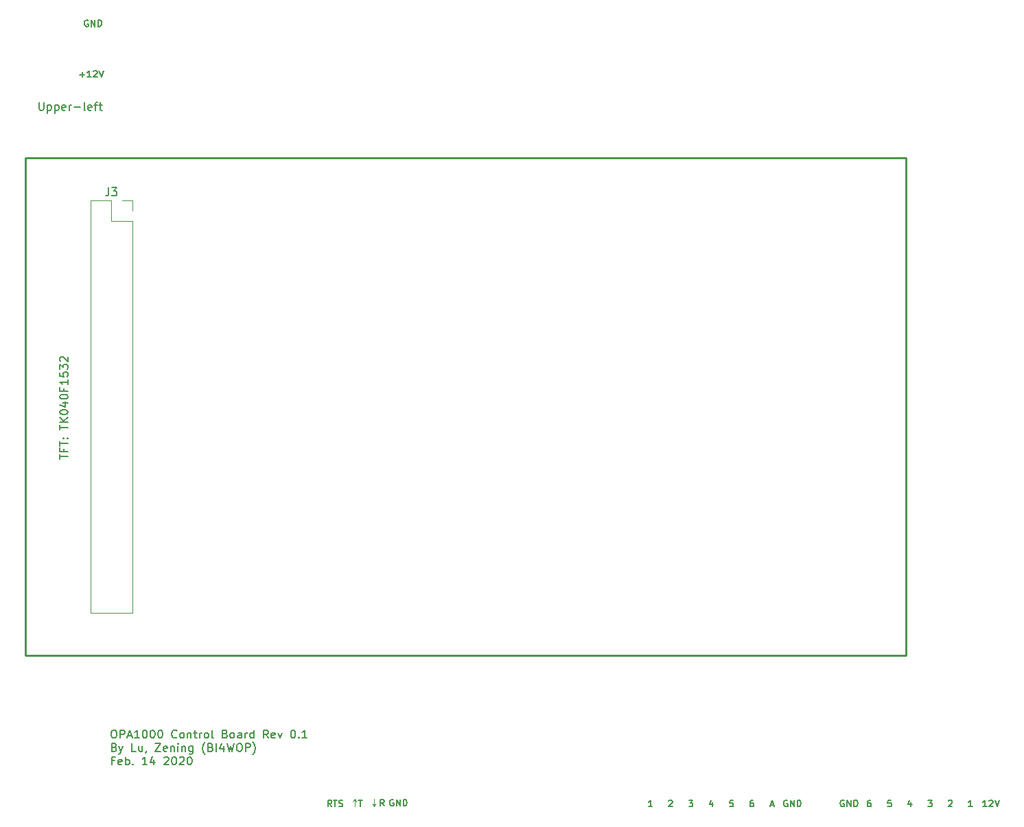
<source format=gbr>
%TF.GenerationSoftware,KiCad,Pcbnew,(5.1.4)-1*%
%TF.CreationDate,2020-11-06T00:10:57+08:00*%
%TF.ProjectId,MCU,4d43552e-6b69-4636-9164-5f7063625858,rev?*%
%TF.SameCoordinates,Original*%
%TF.FileFunction,Legend,Top*%
%TF.FilePolarity,Positive*%
%FSLAX46Y46*%
G04 Gerber Fmt 4.6, Leading zero omitted, Abs format (unit mm)*
G04 Created by KiCad (PCBNEW (5.1.4)-1) date 2020-11-06 00:10:57*
%MOMM*%
%LPD*%
G04 APERTURE LIST*
%ADD10C,0.150000*%
%ADD11C,0.250000*%
%ADD12C,0.120000*%
G04 APERTURE END LIST*
D10*
X31226071Y-109902380D02*
X31416547Y-109902380D01*
X31511785Y-109950000D01*
X31607023Y-110045238D01*
X31654642Y-110235714D01*
X31654642Y-110569047D01*
X31607023Y-110759523D01*
X31511785Y-110854761D01*
X31416547Y-110902380D01*
X31226071Y-110902380D01*
X31130833Y-110854761D01*
X31035595Y-110759523D01*
X30987976Y-110569047D01*
X30987976Y-110235714D01*
X31035595Y-110045238D01*
X31130833Y-109950000D01*
X31226071Y-109902380D01*
X32083214Y-110902380D02*
X32083214Y-109902380D01*
X32464166Y-109902380D01*
X32559404Y-109950000D01*
X32607023Y-109997619D01*
X32654642Y-110092857D01*
X32654642Y-110235714D01*
X32607023Y-110330952D01*
X32559404Y-110378571D01*
X32464166Y-110426190D01*
X32083214Y-110426190D01*
X33035595Y-110616666D02*
X33511785Y-110616666D01*
X32940357Y-110902380D02*
X33273690Y-109902380D01*
X33607023Y-110902380D01*
X34464166Y-110902380D02*
X33892738Y-110902380D01*
X34178452Y-110902380D02*
X34178452Y-109902380D01*
X34083214Y-110045238D01*
X33987976Y-110140476D01*
X33892738Y-110188095D01*
X35083214Y-109902380D02*
X35178452Y-109902380D01*
X35273690Y-109950000D01*
X35321309Y-109997619D01*
X35368928Y-110092857D01*
X35416547Y-110283333D01*
X35416547Y-110521428D01*
X35368928Y-110711904D01*
X35321309Y-110807142D01*
X35273690Y-110854761D01*
X35178452Y-110902380D01*
X35083214Y-110902380D01*
X34987976Y-110854761D01*
X34940357Y-110807142D01*
X34892738Y-110711904D01*
X34845119Y-110521428D01*
X34845119Y-110283333D01*
X34892738Y-110092857D01*
X34940357Y-109997619D01*
X34987976Y-109950000D01*
X35083214Y-109902380D01*
X36035595Y-109902380D02*
X36130833Y-109902380D01*
X36226071Y-109950000D01*
X36273690Y-109997619D01*
X36321309Y-110092857D01*
X36368928Y-110283333D01*
X36368928Y-110521428D01*
X36321309Y-110711904D01*
X36273690Y-110807142D01*
X36226071Y-110854761D01*
X36130833Y-110902380D01*
X36035595Y-110902380D01*
X35940357Y-110854761D01*
X35892738Y-110807142D01*
X35845119Y-110711904D01*
X35797500Y-110521428D01*
X35797500Y-110283333D01*
X35845119Y-110092857D01*
X35892738Y-109997619D01*
X35940357Y-109950000D01*
X36035595Y-109902380D01*
X36987976Y-109902380D02*
X37083214Y-109902380D01*
X37178452Y-109950000D01*
X37226071Y-109997619D01*
X37273690Y-110092857D01*
X37321309Y-110283333D01*
X37321309Y-110521428D01*
X37273690Y-110711904D01*
X37226071Y-110807142D01*
X37178452Y-110854761D01*
X37083214Y-110902380D01*
X36987976Y-110902380D01*
X36892738Y-110854761D01*
X36845119Y-110807142D01*
X36797500Y-110711904D01*
X36749880Y-110521428D01*
X36749880Y-110283333D01*
X36797500Y-110092857D01*
X36845119Y-109997619D01*
X36892738Y-109950000D01*
X36987976Y-109902380D01*
X39083214Y-110807142D02*
X39035595Y-110854761D01*
X38892738Y-110902380D01*
X38797500Y-110902380D01*
X38654642Y-110854761D01*
X38559404Y-110759523D01*
X38511785Y-110664285D01*
X38464166Y-110473809D01*
X38464166Y-110330952D01*
X38511785Y-110140476D01*
X38559404Y-110045238D01*
X38654642Y-109950000D01*
X38797500Y-109902380D01*
X38892738Y-109902380D01*
X39035595Y-109950000D01*
X39083214Y-109997619D01*
X39654642Y-110902380D02*
X39559404Y-110854761D01*
X39511785Y-110807142D01*
X39464166Y-110711904D01*
X39464166Y-110426190D01*
X39511785Y-110330952D01*
X39559404Y-110283333D01*
X39654642Y-110235714D01*
X39797500Y-110235714D01*
X39892738Y-110283333D01*
X39940357Y-110330952D01*
X39987976Y-110426190D01*
X39987976Y-110711904D01*
X39940357Y-110807142D01*
X39892738Y-110854761D01*
X39797500Y-110902380D01*
X39654642Y-110902380D01*
X40416547Y-110235714D02*
X40416547Y-110902380D01*
X40416547Y-110330952D02*
X40464166Y-110283333D01*
X40559404Y-110235714D01*
X40702261Y-110235714D01*
X40797500Y-110283333D01*
X40845119Y-110378571D01*
X40845119Y-110902380D01*
X41178452Y-110235714D02*
X41559404Y-110235714D01*
X41321309Y-109902380D02*
X41321309Y-110759523D01*
X41368928Y-110854761D01*
X41464166Y-110902380D01*
X41559404Y-110902380D01*
X41892738Y-110902380D02*
X41892738Y-110235714D01*
X41892738Y-110426190D02*
X41940357Y-110330952D01*
X41987976Y-110283333D01*
X42083214Y-110235714D01*
X42178452Y-110235714D01*
X42654642Y-110902380D02*
X42559404Y-110854761D01*
X42511785Y-110807142D01*
X42464166Y-110711904D01*
X42464166Y-110426190D01*
X42511785Y-110330952D01*
X42559404Y-110283333D01*
X42654642Y-110235714D01*
X42797500Y-110235714D01*
X42892738Y-110283333D01*
X42940357Y-110330952D01*
X42987976Y-110426190D01*
X42987976Y-110711904D01*
X42940357Y-110807142D01*
X42892738Y-110854761D01*
X42797500Y-110902380D01*
X42654642Y-110902380D01*
X43559404Y-110902380D02*
X43464166Y-110854761D01*
X43416547Y-110759523D01*
X43416547Y-109902380D01*
X45035595Y-110378571D02*
X45178452Y-110426190D01*
X45226071Y-110473809D01*
X45273690Y-110569047D01*
X45273690Y-110711904D01*
X45226071Y-110807142D01*
X45178452Y-110854761D01*
X45083214Y-110902380D01*
X44702261Y-110902380D01*
X44702261Y-109902380D01*
X45035595Y-109902380D01*
X45130833Y-109950000D01*
X45178452Y-109997619D01*
X45226071Y-110092857D01*
X45226071Y-110188095D01*
X45178452Y-110283333D01*
X45130833Y-110330952D01*
X45035595Y-110378571D01*
X44702261Y-110378571D01*
X45845119Y-110902380D02*
X45749880Y-110854761D01*
X45702261Y-110807142D01*
X45654642Y-110711904D01*
X45654642Y-110426190D01*
X45702261Y-110330952D01*
X45749880Y-110283333D01*
X45845119Y-110235714D01*
X45987976Y-110235714D01*
X46083214Y-110283333D01*
X46130833Y-110330952D01*
X46178452Y-110426190D01*
X46178452Y-110711904D01*
X46130833Y-110807142D01*
X46083214Y-110854761D01*
X45987976Y-110902380D01*
X45845119Y-110902380D01*
X47035595Y-110902380D02*
X47035595Y-110378571D01*
X46987976Y-110283333D01*
X46892738Y-110235714D01*
X46702261Y-110235714D01*
X46607023Y-110283333D01*
X47035595Y-110854761D02*
X46940357Y-110902380D01*
X46702261Y-110902380D01*
X46607023Y-110854761D01*
X46559404Y-110759523D01*
X46559404Y-110664285D01*
X46607023Y-110569047D01*
X46702261Y-110521428D01*
X46940357Y-110521428D01*
X47035595Y-110473809D01*
X47511785Y-110902380D02*
X47511785Y-110235714D01*
X47511785Y-110426190D02*
X47559404Y-110330952D01*
X47607023Y-110283333D01*
X47702261Y-110235714D01*
X47797500Y-110235714D01*
X48559404Y-110902380D02*
X48559404Y-109902380D01*
X48559404Y-110854761D02*
X48464166Y-110902380D01*
X48273690Y-110902380D01*
X48178452Y-110854761D01*
X48130833Y-110807142D01*
X48083214Y-110711904D01*
X48083214Y-110426190D01*
X48130833Y-110330952D01*
X48178452Y-110283333D01*
X48273690Y-110235714D01*
X48464166Y-110235714D01*
X48559404Y-110283333D01*
X50368928Y-110902380D02*
X50035595Y-110426190D01*
X49797500Y-110902380D02*
X49797500Y-109902380D01*
X50178452Y-109902380D01*
X50273690Y-109950000D01*
X50321309Y-109997619D01*
X50368928Y-110092857D01*
X50368928Y-110235714D01*
X50321309Y-110330952D01*
X50273690Y-110378571D01*
X50178452Y-110426190D01*
X49797500Y-110426190D01*
X51178452Y-110854761D02*
X51083214Y-110902380D01*
X50892738Y-110902380D01*
X50797500Y-110854761D01*
X50749880Y-110759523D01*
X50749880Y-110378571D01*
X50797500Y-110283333D01*
X50892738Y-110235714D01*
X51083214Y-110235714D01*
X51178452Y-110283333D01*
X51226071Y-110378571D01*
X51226071Y-110473809D01*
X50749880Y-110569047D01*
X51559404Y-110235714D02*
X51797500Y-110902380D01*
X52035595Y-110235714D01*
X53368928Y-109902380D02*
X53464166Y-109902380D01*
X53559404Y-109950000D01*
X53607023Y-109997619D01*
X53654642Y-110092857D01*
X53702261Y-110283333D01*
X53702261Y-110521428D01*
X53654642Y-110711904D01*
X53607023Y-110807142D01*
X53559404Y-110854761D01*
X53464166Y-110902380D01*
X53368928Y-110902380D01*
X53273690Y-110854761D01*
X53226071Y-110807142D01*
X53178452Y-110711904D01*
X53130833Y-110521428D01*
X53130833Y-110283333D01*
X53178452Y-110092857D01*
X53226071Y-109997619D01*
X53273690Y-109950000D01*
X53368928Y-109902380D01*
X54130833Y-110807142D02*
X54178452Y-110854761D01*
X54130833Y-110902380D01*
X54083214Y-110854761D01*
X54130833Y-110807142D01*
X54130833Y-110902380D01*
X55130833Y-110902380D02*
X54559404Y-110902380D01*
X54845119Y-110902380D02*
X54845119Y-109902380D01*
X54749880Y-110045238D01*
X54654642Y-110140476D01*
X54559404Y-110188095D01*
X31368928Y-112028571D02*
X31511785Y-112076190D01*
X31559404Y-112123809D01*
X31607023Y-112219047D01*
X31607023Y-112361904D01*
X31559404Y-112457142D01*
X31511785Y-112504761D01*
X31416547Y-112552380D01*
X31035595Y-112552380D01*
X31035595Y-111552380D01*
X31368928Y-111552380D01*
X31464166Y-111600000D01*
X31511785Y-111647619D01*
X31559404Y-111742857D01*
X31559404Y-111838095D01*
X31511785Y-111933333D01*
X31464166Y-111980952D01*
X31368928Y-112028571D01*
X31035595Y-112028571D01*
X31940357Y-111885714D02*
X32178452Y-112552380D01*
X32416547Y-111885714D02*
X32178452Y-112552380D01*
X32083214Y-112790476D01*
X32035595Y-112838095D01*
X31940357Y-112885714D01*
X34035595Y-112552380D02*
X33559404Y-112552380D01*
X33559404Y-111552380D01*
X34797500Y-111885714D02*
X34797500Y-112552380D01*
X34368928Y-111885714D02*
X34368928Y-112409523D01*
X34416547Y-112504761D01*
X34511785Y-112552380D01*
X34654642Y-112552380D01*
X34749880Y-112504761D01*
X34797500Y-112457142D01*
X35321309Y-112504761D02*
X35321309Y-112552380D01*
X35273690Y-112647619D01*
X35226071Y-112695238D01*
X36416547Y-111552380D02*
X37083214Y-111552380D01*
X36416547Y-112552380D01*
X37083214Y-112552380D01*
X37845119Y-112504761D02*
X37749880Y-112552380D01*
X37559404Y-112552380D01*
X37464166Y-112504761D01*
X37416547Y-112409523D01*
X37416547Y-112028571D01*
X37464166Y-111933333D01*
X37559404Y-111885714D01*
X37749880Y-111885714D01*
X37845119Y-111933333D01*
X37892738Y-112028571D01*
X37892738Y-112123809D01*
X37416547Y-112219047D01*
X38321309Y-111885714D02*
X38321309Y-112552380D01*
X38321309Y-111980952D02*
X38368928Y-111933333D01*
X38464166Y-111885714D01*
X38607023Y-111885714D01*
X38702261Y-111933333D01*
X38749880Y-112028571D01*
X38749880Y-112552380D01*
X39226071Y-112552380D02*
X39226071Y-111885714D01*
X39226071Y-111552380D02*
X39178452Y-111600000D01*
X39226071Y-111647619D01*
X39273690Y-111600000D01*
X39226071Y-111552380D01*
X39226071Y-111647619D01*
X39702261Y-111885714D02*
X39702261Y-112552380D01*
X39702261Y-111980952D02*
X39749880Y-111933333D01*
X39845119Y-111885714D01*
X39987976Y-111885714D01*
X40083214Y-111933333D01*
X40130833Y-112028571D01*
X40130833Y-112552380D01*
X41035595Y-111885714D02*
X41035595Y-112695238D01*
X40987976Y-112790476D01*
X40940357Y-112838095D01*
X40845119Y-112885714D01*
X40702261Y-112885714D01*
X40607023Y-112838095D01*
X41035595Y-112504761D02*
X40940357Y-112552380D01*
X40749880Y-112552380D01*
X40654642Y-112504761D01*
X40607023Y-112457142D01*
X40559404Y-112361904D01*
X40559404Y-112076190D01*
X40607023Y-111980952D01*
X40654642Y-111933333D01*
X40749880Y-111885714D01*
X40940357Y-111885714D01*
X41035595Y-111933333D01*
X42559404Y-112933333D02*
X42511785Y-112885714D01*
X42416547Y-112742857D01*
X42368928Y-112647619D01*
X42321309Y-112504761D01*
X42273690Y-112266666D01*
X42273690Y-112076190D01*
X42321309Y-111838095D01*
X42368928Y-111695238D01*
X42416547Y-111600000D01*
X42511785Y-111457142D01*
X42559404Y-111409523D01*
X43273690Y-112028571D02*
X43416547Y-112076190D01*
X43464166Y-112123809D01*
X43511785Y-112219047D01*
X43511785Y-112361904D01*
X43464166Y-112457142D01*
X43416547Y-112504761D01*
X43321309Y-112552380D01*
X42940357Y-112552380D01*
X42940357Y-111552380D01*
X43273690Y-111552380D01*
X43368928Y-111600000D01*
X43416547Y-111647619D01*
X43464166Y-111742857D01*
X43464166Y-111838095D01*
X43416547Y-111933333D01*
X43368928Y-111980952D01*
X43273690Y-112028571D01*
X42940357Y-112028571D01*
X43940357Y-112552380D02*
X43940357Y-111552380D01*
X44845119Y-111885714D02*
X44845119Y-112552380D01*
X44607023Y-111504761D02*
X44368928Y-112219047D01*
X44987976Y-112219047D01*
X45273690Y-111552380D02*
X45511785Y-112552380D01*
X45702261Y-111838095D01*
X45892738Y-112552380D01*
X46130833Y-111552380D01*
X46702261Y-111552380D02*
X46892738Y-111552380D01*
X46987976Y-111600000D01*
X47083214Y-111695238D01*
X47130833Y-111885714D01*
X47130833Y-112219047D01*
X47083214Y-112409523D01*
X46987976Y-112504761D01*
X46892738Y-112552380D01*
X46702261Y-112552380D01*
X46607023Y-112504761D01*
X46511785Y-112409523D01*
X46464166Y-112219047D01*
X46464166Y-111885714D01*
X46511785Y-111695238D01*
X46607023Y-111600000D01*
X46702261Y-111552380D01*
X47559404Y-112552380D02*
X47559404Y-111552380D01*
X47940357Y-111552380D01*
X48035595Y-111600000D01*
X48083214Y-111647619D01*
X48130833Y-111742857D01*
X48130833Y-111885714D01*
X48083214Y-111980952D01*
X48035595Y-112028571D01*
X47940357Y-112076190D01*
X47559404Y-112076190D01*
X48464166Y-112933333D02*
X48511785Y-112885714D01*
X48607023Y-112742857D01*
X48654642Y-112647619D01*
X48702261Y-112504761D01*
X48749880Y-112266666D01*
X48749880Y-112076190D01*
X48702261Y-111838095D01*
X48654642Y-111695238D01*
X48607023Y-111600000D01*
X48511785Y-111457142D01*
X48464166Y-111409523D01*
X31368928Y-113678571D02*
X31035595Y-113678571D01*
X31035595Y-114202380D02*
X31035595Y-113202380D01*
X31511785Y-113202380D01*
X32273690Y-114154761D02*
X32178452Y-114202380D01*
X31987976Y-114202380D01*
X31892738Y-114154761D01*
X31845119Y-114059523D01*
X31845119Y-113678571D01*
X31892738Y-113583333D01*
X31987976Y-113535714D01*
X32178452Y-113535714D01*
X32273690Y-113583333D01*
X32321309Y-113678571D01*
X32321309Y-113773809D01*
X31845119Y-113869047D01*
X32749880Y-114202380D02*
X32749880Y-113202380D01*
X32749880Y-113583333D02*
X32845119Y-113535714D01*
X33035595Y-113535714D01*
X33130833Y-113583333D01*
X33178452Y-113630952D01*
X33226071Y-113726190D01*
X33226071Y-114011904D01*
X33178452Y-114107142D01*
X33130833Y-114154761D01*
X33035595Y-114202380D01*
X32845119Y-114202380D01*
X32749880Y-114154761D01*
X33654642Y-114107142D02*
X33702261Y-114154761D01*
X33654642Y-114202380D01*
X33607023Y-114154761D01*
X33654642Y-114107142D01*
X33654642Y-114202380D01*
X35416547Y-114202380D02*
X34845119Y-114202380D01*
X35130833Y-114202380D02*
X35130833Y-113202380D01*
X35035595Y-113345238D01*
X34940357Y-113440476D01*
X34845119Y-113488095D01*
X36273690Y-113535714D02*
X36273690Y-114202380D01*
X36035595Y-113154761D02*
X35797500Y-113869047D01*
X36416547Y-113869047D01*
X37511785Y-113297619D02*
X37559404Y-113250000D01*
X37654642Y-113202380D01*
X37892738Y-113202380D01*
X37987976Y-113250000D01*
X38035595Y-113297619D01*
X38083214Y-113392857D01*
X38083214Y-113488095D01*
X38035595Y-113630952D01*
X37464166Y-114202380D01*
X38083214Y-114202380D01*
X38702261Y-113202380D02*
X38797500Y-113202380D01*
X38892738Y-113250000D01*
X38940357Y-113297619D01*
X38987976Y-113392857D01*
X39035595Y-113583333D01*
X39035595Y-113821428D01*
X38987976Y-114011904D01*
X38940357Y-114107142D01*
X38892738Y-114154761D01*
X38797500Y-114202380D01*
X38702261Y-114202380D01*
X38607023Y-114154761D01*
X38559404Y-114107142D01*
X38511785Y-114011904D01*
X38464166Y-113821428D01*
X38464166Y-113583333D01*
X38511785Y-113392857D01*
X38559404Y-113297619D01*
X38607023Y-113250000D01*
X38702261Y-113202380D01*
X39416547Y-113297619D02*
X39464166Y-113250000D01*
X39559404Y-113202380D01*
X39797500Y-113202380D01*
X39892738Y-113250000D01*
X39940357Y-113297619D01*
X39987976Y-113392857D01*
X39987976Y-113488095D01*
X39940357Y-113630952D01*
X39368928Y-114202380D01*
X39987976Y-114202380D01*
X40607023Y-113202380D02*
X40702261Y-113202380D01*
X40797500Y-113250000D01*
X40845119Y-113297619D01*
X40892738Y-113392857D01*
X40940357Y-113583333D01*
X40940357Y-113821428D01*
X40892738Y-114011904D01*
X40845119Y-114107142D01*
X40797500Y-114154761D01*
X40702261Y-114202380D01*
X40607023Y-114202380D01*
X40511785Y-114154761D01*
X40464166Y-114107142D01*
X40416547Y-114011904D01*
X40368928Y-113821428D01*
X40368928Y-113583333D01*
X40416547Y-113392857D01*
X40464166Y-113297619D01*
X40511785Y-113250000D01*
X40607023Y-113202380D01*
X28140476Y-22350000D02*
X28064285Y-22311904D01*
X27950000Y-22311904D01*
X27835714Y-22350000D01*
X27759523Y-22426190D01*
X27721428Y-22502380D01*
X27683333Y-22654761D01*
X27683333Y-22769047D01*
X27721428Y-22921428D01*
X27759523Y-22997619D01*
X27835714Y-23073809D01*
X27950000Y-23111904D01*
X28026190Y-23111904D01*
X28140476Y-23073809D01*
X28178571Y-23035714D01*
X28178571Y-22769047D01*
X28026190Y-22769047D01*
X28521428Y-23111904D02*
X28521428Y-22311904D01*
X28978571Y-23111904D01*
X28978571Y-22311904D01*
X29359523Y-23111904D02*
X29359523Y-22311904D01*
X29550000Y-22311904D01*
X29664285Y-22350000D01*
X29740476Y-22426190D01*
X29778571Y-22502380D01*
X29816666Y-22654761D01*
X29816666Y-22769047D01*
X29778571Y-22921428D01*
X29740476Y-22997619D01*
X29664285Y-23073809D01*
X29550000Y-23111904D01*
X29359523Y-23111904D01*
X27090476Y-29057142D02*
X27700000Y-29057142D01*
X27395238Y-29361904D02*
X27395238Y-28752380D01*
X28500000Y-29361904D02*
X28042857Y-29361904D01*
X28271428Y-29361904D02*
X28271428Y-28561904D01*
X28195238Y-28676190D01*
X28119047Y-28752380D01*
X28042857Y-28790476D01*
X28804761Y-28638095D02*
X28842857Y-28600000D01*
X28919047Y-28561904D01*
X29109523Y-28561904D01*
X29185714Y-28600000D01*
X29223809Y-28638095D01*
X29261904Y-28714285D01*
X29261904Y-28790476D01*
X29223809Y-28904761D01*
X28766666Y-29361904D01*
X29261904Y-29361904D01*
X29490476Y-28561904D02*
X29757142Y-29361904D01*
X30023809Y-28561904D01*
X22090476Y-32452380D02*
X22090476Y-33261904D01*
X22138095Y-33357142D01*
X22185714Y-33404761D01*
X22280952Y-33452380D01*
X22471428Y-33452380D01*
X22566666Y-33404761D01*
X22614285Y-33357142D01*
X22661904Y-33261904D01*
X22661904Y-32452380D01*
X23138095Y-32785714D02*
X23138095Y-33785714D01*
X23138095Y-32833333D02*
X23233333Y-32785714D01*
X23423809Y-32785714D01*
X23519047Y-32833333D01*
X23566666Y-32880952D01*
X23614285Y-32976190D01*
X23614285Y-33261904D01*
X23566666Y-33357142D01*
X23519047Y-33404761D01*
X23423809Y-33452380D01*
X23233333Y-33452380D01*
X23138095Y-33404761D01*
X24042857Y-32785714D02*
X24042857Y-33785714D01*
X24042857Y-32833333D02*
X24138095Y-32785714D01*
X24328571Y-32785714D01*
X24423809Y-32833333D01*
X24471428Y-32880952D01*
X24519047Y-32976190D01*
X24519047Y-33261904D01*
X24471428Y-33357142D01*
X24423809Y-33404761D01*
X24328571Y-33452380D01*
X24138095Y-33452380D01*
X24042857Y-33404761D01*
X25328571Y-33404761D02*
X25233333Y-33452380D01*
X25042857Y-33452380D01*
X24947619Y-33404761D01*
X24900000Y-33309523D01*
X24900000Y-32928571D01*
X24947619Y-32833333D01*
X25042857Y-32785714D01*
X25233333Y-32785714D01*
X25328571Y-32833333D01*
X25376190Y-32928571D01*
X25376190Y-33023809D01*
X24900000Y-33119047D01*
X25804761Y-33452380D02*
X25804761Y-32785714D01*
X25804761Y-32976190D02*
X25852380Y-32880952D01*
X25900000Y-32833333D01*
X25995238Y-32785714D01*
X26090476Y-32785714D01*
X26423809Y-33071428D02*
X27185714Y-33071428D01*
X27804761Y-33452380D02*
X27709523Y-33404761D01*
X27661904Y-33309523D01*
X27661904Y-32452380D01*
X28566666Y-33404761D02*
X28471428Y-33452380D01*
X28280952Y-33452380D01*
X28185714Y-33404761D01*
X28138095Y-33309523D01*
X28138095Y-32928571D01*
X28185714Y-32833333D01*
X28280952Y-32785714D01*
X28471428Y-32785714D01*
X28566666Y-32833333D01*
X28614285Y-32928571D01*
X28614285Y-33023809D01*
X28138095Y-33119047D01*
X28900000Y-32785714D02*
X29280952Y-32785714D01*
X29042857Y-33452380D02*
X29042857Y-32595238D01*
X29090476Y-32500000D01*
X29185714Y-32452380D01*
X29280952Y-32452380D01*
X29471428Y-32785714D02*
X29852380Y-32785714D01*
X29614285Y-32452380D02*
X29614285Y-33309523D01*
X29661904Y-33404761D01*
X29757142Y-33452380D01*
X29852380Y-33452380D01*
D11*
X20400000Y-100700000D02*
X20400000Y-39300000D01*
X129000000Y-100700000D02*
X20400000Y-100700000D01*
X129000000Y-39300000D02*
X129000000Y-100700000D01*
X20400000Y-39300000D02*
X129000000Y-39300000D01*
D10*
X24652380Y-76457142D02*
X24652380Y-75885714D01*
X25652380Y-76171428D02*
X24652380Y-76171428D01*
X25128571Y-75219047D02*
X25128571Y-75552380D01*
X25652380Y-75552380D02*
X24652380Y-75552380D01*
X24652380Y-75076190D01*
X24652380Y-74838095D02*
X24652380Y-74266666D01*
X25652380Y-74552380D02*
X24652380Y-74552380D01*
X25557142Y-73933333D02*
X25604761Y-73885714D01*
X25652380Y-73933333D01*
X25604761Y-73980952D01*
X25557142Y-73933333D01*
X25652380Y-73933333D01*
X25033333Y-73933333D02*
X25080952Y-73885714D01*
X25128571Y-73933333D01*
X25080952Y-73980952D01*
X25033333Y-73933333D01*
X25128571Y-73933333D01*
X24652380Y-72838095D02*
X24652380Y-72266666D01*
X25652380Y-72552380D02*
X24652380Y-72552380D01*
X25652380Y-71933333D02*
X24652380Y-71933333D01*
X25652380Y-71361904D02*
X25080952Y-71790476D01*
X24652380Y-71361904D02*
X25223809Y-71933333D01*
X24652380Y-70742857D02*
X24652380Y-70647619D01*
X24700000Y-70552380D01*
X24747619Y-70504761D01*
X24842857Y-70457142D01*
X25033333Y-70409523D01*
X25271428Y-70409523D01*
X25461904Y-70457142D01*
X25557142Y-70504761D01*
X25604761Y-70552380D01*
X25652380Y-70647619D01*
X25652380Y-70742857D01*
X25604761Y-70838095D01*
X25557142Y-70885714D01*
X25461904Y-70933333D01*
X25271428Y-70980952D01*
X25033333Y-70980952D01*
X24842857Y-70933333D01*
X24747619Y-70885714D01*
X24700000Y-70838095D01*
X24652380Y-70742857D01*
X24985714Y-69552380D02*
X25652380Y-69552380D01*
X24604761Y-69790476D02*
X25319047Y-70028571D01*
X25319047Y-69409523D01*
X24652380Y-68838095D02*
X24652380Y-68742857D01*
X24700000Y-68647619D01*
X24747619Y-68600000D01*
X24842857Y-68552380D01*
X25033333Y-68504761D01*
X25271428Y-68504761D01*
X25461904Y-68552380D01*
X25557142Y-68600000D01*
X25604761Y-68647619D01*
X25652380Y-68742857D01*
X25652380Y-68838095D01*
X25604761Y-68933333D01*
X25557142Y-68980952D01*
X25461904Y-69028571D01*
X25271428Y-69076190D01*
X25033333Y-69076190D01*
X24842857Y-69028571D01*
X24747619Y-68980952D01*
X24700000Y-68933333D01*
X24652380Y-68838095D01*
X25128571Y-67742857D02*
X25128571Y-68076190D01*
X25652380Y-68076190D02*
X24652380Y-68076190D01*
X24652380Y-67600000D01*
X25652380Y-66695238D02*
X25652380Y-67266666D01*
X25652380Y-66980952D02*
X24652380Y-66980952D01*
X24795238Y-67076190D01*
X24890476Y-67171428D01*
X24938095Y-67266666D01*
X24652380Y-65790476D02*
X24652380Y-66266666D01*
X25128571Y-66314285D01*
X25080952Y-66266666D01*
X25033333Y-66171428D01*
X25033333Y-65933333D01*
X25080952Y-65838095D01*
X25128571Y-65790476D01*
X25223809Y-65742857D01*
X25461904Y-65742857D01*
X25557142Y-65790476D01*
X25604761Y-65838095D01*
X25652380Y-65933333D01*
X25652380Y-66171428D01*
X25604761Y-66266666D01*
X25557142Y-66314285D01*
X24652380Y-65409523D02*
X24652380Y-64790476D01*
X25033333Y-65123809D01*
X25033333Y-64980952D01*
X25080952Y-64885714D01*
X25128571Y-64838095D01*
X25223809Y-64790476D01*
X25461904Y-64790476D01*
X25557142Y-64838095D01*
X25604761Y-64885714D01*
X25652380Y-64980952D01*
X25652380Y-65266666D01*
X25604761Y-65361904D01*
X25557142Y-65409523D01*
X24747619Y-64409523D02*
X24700000Y-64361904D01*
X24652380Y-64266666D01*
X24652380Y-64028571D01*
X24700000Y-63933333D01*
X24747619Y-63885714D01*
X24842857Y-63838095D01*
X24938095Y-63838095D01*
X25080952Y-63885714D01*
X25652380Y-64457142D01*
X25652380Y-63838095D01*
D12*
X61000000Y-118400000D02*
X60800000Y-118700000D01*
X61000000Y-118400000D02*
X61200000Y-118700000D01*
X61000000Y-119300000D02*
X61000000Y-118400000D01*
X63400000Y-119300000D02*
X63200000Y-119000000D01*
X63400000Y-119300000D02*
X63600000Y-119000000D01*
X63400000Y-118400000D02*
X63400000Y-119300000D01*
D10*
X58161904Y-119361904D02*
X57895238Y-118980952D01*
X57704761Y-119361904D02*
X57704761Y-118561904D01*
X58009523Y-118561904D01*
X58085714Y-118600000D01*
X58123809Y-118638095D01*
X58161904Y-118714285D01*
X58161904Y-118828571D01*
X58123809Y-118904761D01*
X58085714Y-118942857D01*
X58009523Y-118980952D01*
X57704761Y-118980952D01*
X58390476Y-118561904D02*
X58847619Y-118561904D01*
X58619047Y-119361904D02*
X58619047Y-118561904D01*
X59076190Y-119323809D02*
X59190476Y-119361904D01*
X59380952Y-119361904D01*
X59457142Y-119323809D01*
X59495238Y-119285714D01*
X59533333Y-119209523D01*
X59533333Y-119133333D01*
X59495238Y-119057142D01*
X59457142Y-119019047D01*
X59380952Y-118980952D01*
X59228571Y-118942857D01*
X59152380Y-118904761D01*
X59114285Y-118866666D01*
X59076190Y-118790476D01*
X59076190Y-118714285D01*
X59114285Y-118638095D01*
X59152380Y-118600000D01*
X59228571Y-118561904D01*
X59419047Y-118561904D01*
X59533333Y-118600000D01*
X61471428Y-118561904D02*
X61928571Y-118561904D01*
X61700000Y-119361904D02*
X61700000Y-118561904D01*
X64647619Y-119261904D02*
X64380952Y-118880952D01*
X64190476Y-119261904D02*
X64190476Y-118461904D01*
X64495238Y-118461904D01*
X64571428Y-118500000D01*
X64609523Y-118538095D01*
X64647619Y-118614285D01*
X64647619Y-118728571D01*
X64609523Y-118804761D01*
X64571428Y-118842857D01*
X64495238Y-118880952D01*
X64190476Y-118880952D01*
X65790476Y-118500000D02*
X65714285Y-118461904D01*
X65600000Y-118461904D01*
X65485714Y-118500000D01*
X65409523Y-118576190D01*
X65371428Y-118652380D01*
X65333333Y-118804761D01*
X65333333Y-118919047D01*
X65371428Y-119071428D01*
X65409523Y-119147619D01*
X65485714Y-119223809D01*
X65600000Y-119261904D01*
X65676190Y-119261904D01*
X65790476Y-119223809D01*
X65828571Y-119185714D01*
X65828571Y-118919047D01*
X65676190Y-118919047D01*
X66171428Y-119261904D02*
X66171428Y-118461904D01*
X66628571Y-119261904D01*
X66628571Y-118461904D01*
X67009523Y-119261904D02*
X67009523Y-118461904D01*
X67200000Y-118461904D01*
X67314285Y-118500000D01*
X67390476Y-118576190D01*
X67428571Y-118652380D01*
X67466666Y-118804761D01*
X67466666Y-118919047D01*
X67428571Y-119071428D01*
X67390476Y-119147619D01*
X67314285Y-119223809D01*
X67200000Y-119261904D01*
X67009523Y-119261904D01*
X112309523Y-119133333D02*
X112690476Y-119133333D01*
X112233333Y-119361904D02*
X112500000Y-118561904D01*
X112766666Y-119361904D01*
X97728571Y-119361904D02*
X97271428Y-119361904D01*
X97500000Y-119361904D02*
X97500000Y-118561904D01*
X97423809Y-118676190D01*
X97347619Y-118752380D01*
X97271428Y-118790476D01*
X99771428Y-118638095D02*
X99809523Y-118600000D01*
X99885714Y-118561904D01*
X100076190Y-118561904D01*
X100152380Y-118600000D01*
X100190476Y-118638095D01*
X100228571Y-118714285D01*
X100228571Y-118790476D01*
X100190476Y-118904761D01*
X99733333Y-119361904D01*
X100228571Y-119361904D01*
X102233333Y-118561904D02*
X102728571Y-118561904D01*
X102461904Y-118866666D01*
X102576190Y-118866666D01*
X102652380Y-118904761D01*
X102690476Y-118942857D01*
X102728571Y-119019047D01*
X102728571Y-119209523D01*
X102690476Y-119285714D01*
X102652380Y-119323809D01*
X102576190Y-119361904D01*
X102347619Y-119361904D01*
X102271428Y-119323809D01*
X102233333Y-119285714D01*
X105152380Y-118828571D02*
X105152380Y-119361904D01*
X104961904Y-118523809D02*
X104771428Y-119095238D01*
X105266666Y-119095238D01*
X107690476Y-118561904D02*
X107309523Y-118561904D01*
X107271428Y-118942857D01*
X107309523Y-118904761D01*
X107385714Y-118866666D01*
X107576190Y-118866666D01*
X107652380Y-118904761D01*
X107690476Y-118942857D01*
X107728571Y-119019047D01*
X107728571Y-119209523D01*
X107690476Y-119285714D01*
X107652380Y-119323809D01*
X107576190Y-119361904D01*
X107385714Y-119361904D01*
X107309523Y-119323809D01*
X107271428Y-119285714D01*
X110152380Y-118561904D02*
X110000000Y-118561904D01*
X109923809Y-118600000D01*
X109885714Y-118638095D01*
X109809523Y-118752380D01*
X109771428Y-118904761D01*
X109771428Y-119209523D01*
X109809523Y-119285714D01*
X109847619Y-119323809D01*
X109923809Y-119361904D01*
X110076190Y-119361904D01*
X110152380Y-119323809D01*
X110190476Y-119285714D01*
X110228571Y-119209523D01*
X110228571Y-119019047D01*
X110190476Y-118942857D01*
X110152380Y-118904761D01*
X110076190Y-118866666D01*
X109923809Y-118866666D01*
X109847619Y-118904761D01*
X109809523Y-118942857D01*
X109771428Y-119019047D01*
X114390476Y-118600000D02*
X114314285Y-118561904D01*
X114200000Y-118561904D01*
X114085714Y-118600000D01*
X114009523Y-118676190D01*
X113971428Y-118752380D01*
X113933333Y-118904761D01*
X113933333Y-119019047D01*
X113971428Y-119171428D01*
X114009523Y-119247619D01*
X114085714Y-119323809D01*
X114200000Y-119361904D01*
X114276190Y-119361904D01*
X114390476Y-119323809D01*
X114428571Y-119285714D01*
X114428571Y-119019047D01*
X114276190Y-119019047D01*
X114771428Y-119361904D02*
X114771428Y-118561904D01*
X115228571Y-119361904D01*
X115228571Y-118561904D01*
X115609523Y-119361904D02*
X115609523Y-118561904D01*
X115800000Y-118561904D01*
X115914285Y-118600000D01*
X115990476Y-118676190D01*
X116028571Y-118752380D01*
X116066666Y-118904761D01*
X116066666Y-119019047D01*
X116028571Y-119171428D01*
X115990476Y-119247619D01*
X115914285Y-119323809D01*
X115800000Y-119361904D01*
X115609523Y-119361904D01*
X137228571Y-119361904D02*
X136771428Y-119361904D01*
X137000000Y-119361904D02*
X137000000Y-118561904D01*
X136923809Y-118676190D01*
X136847619Y-118752380D01*
X136771428Y-118790476D01*
X134271428Y-118638095D02*
X134309523Y-118600000D01*
X134385714Y-118561904D01*
X134576190Y-118561904D01*
X134652380Y-118600000D01*
X134690476Y-118638095D01*
X134728571Y-118714285D01*
X134728571Y-118790476D01*
X134690476Y-118904761D01*
X134233333Y-119361904D01*
X134728571Y-119361904D01*
X131733333Y-118561904D02*
X132228571Y-118561904D01*
X131961904Y-118866666D01*
X132076190Y-118866666D01*
X132152380Y-118904761D01*
X132190476Y-118942857D01*
X132228571Y-119019047D01*
X132228571Y-119209523D01*
X132190476Y-119285714D01*
X132152380Y-119323809D01*
X132076190Y-119361904D01*
X131847619Y-119361904D01*
X131771428Y-119323809D01*
X131733333Y-119285714D01*
X129652380Y-118828571D02*
X129652380Y-119361904D01*
X129461904Y-118523809D02*
X129271428Y-119095238D01*
X129766666Y-119095238D01*
X127190476Y-118561904D02*
X126809523Y-118561904D01*
X126771428Y-118942857D01*
X126809523Y-118904761D01*
X126885714Y-118866666D01*
X127076190Y-118866666D01*
X127152380Y-118904761D01*
X127190476Y-118942857D01*
X127228571Y-119019047D01*
X127228571Y-119209523D01*
X127190476Y-119285714D01*
X127152380Y-119323809D01*
X127076190Y-119361904D01*
X126885714Y-119361904D01*
X126809523Y-119323809D01*
X126771428Y-119285714D01*
X124652380Y-118561904D02*
X124500000Y-118561904D01*
X124423809Y-118600000D01*
X124385714Y-118638095D01*
X124309523Y-118752380D01*
X124271428Y-118904761D01*
X124271428Y-119209523D01*
X124309523Y-119285714D01*
X124347619Y-119323809D01*
X124423809Y-119361904D01*
X124576190Y-119361904D01*
X124652380Y-119323809D01*
X124690476Y-119285714D01*
X124728571Y-119209523D01*
X124728571Y-119019047D01*
X124690476Y-118942857D01*
X124652380Y-118904761D01*
X124576190Y-118866666D01*
X124423809Y-118866666D01*
X124347619Y-118904761D01*
X124309523Y-118942857D01*
X124271428Y-119019047D01*
X121390476Y-118600000D02*
X121314285Y-118561904D01*
X121200000Y-118561904D01*
X121085714Y-118600000D01*
X121009523Y-118676190D01*
X120971428Y-118752380D01*
X120933333Y-118904761D01*
X120933333Y-119019047D01*
X120971428Y-119171428D01*
X121009523Y-119247619D01*
X121085714Y-119323809D01*
X121200000Y-119361904D01*
X121276190Y-119361904D01*
X121390476Y-119323809D01*
X121428571Y-119285714D01*
X121428571Y-119019047D01*
X121276190Y-119019047D01*
X121771428Y-119361904D02*
X121771428Y-118561904D01*
X122228571Y-119361904D01*
X122228571Y-118561904D01*
X122609523Y-119361904D02*
X122609523Y-118561904D01*
X122800000Y-118561904D01*
X122914285Y-118600000D01*
X122990476Y-118676190D01*
X123028571Y-118752380D01*
X123066666Y-118904761D01*
X123066666Y-119019047D01*
X123028571Y-119171428D01*
X122990476Y-119247619D01*
X122914285Y-119323809D01*
X122800000Y-119361904D01*
X122609523Y-119361904D01*
X139004761Y-119361904D02*
X138547619Y-119361904D01*
X138776190Y-119361904D02*
X138776190Y-118561904D01*
X138700000Y-118676190D01*
X138623809Y-118752380D01*
X138547619Y-118790476D01*
X139309523Y-118638095D02*
X139347619Y-118600000D01*
X139423809Y-118561904D01*
X139614285Y-118561904D01*
X139690476Y-118600000D01*
X139728571Y-118638095D01*
X139766666Y-118714285D01*
X139766666Y-118790476D01*
X139728571Y-118904761D01*
X139271428Y-119361904D01*
X139766666Y-119361904D01*
X139995238Y-118561904D02*
X140261904Y-119361904D01*
X140528571Y-118561904D01*
D12*
X33600000Y-44545000D02*
X32330000Y-44545000D01*
X33600000Y-45875000D02*
X33600000Y-44545000D01*
X31000000Y-47145000D02*
X33600000Y-47145000D01*
X31000000Y-44545000D02*
X31000000Y-47145000D01*
X28400000Y-44545000D02*
X31000000Y-44545000D01*
X28400000Y-95465000D02*
X28400000Y-44545000D01*
X33600000Y-95465000D02*
X28400000Y-95465000D01*
X33600000Y-47145000D02*
X33600000Y-95465000D01*
D10*
X30666666Y-42997380D02*
X30666666Y-43711666D01*
X30619047Y-43854523D01*
X30523809Y-43949761D01*
X30380952Y-43997380D01*
X30285714Y-43997380D01*
X31047619Y-42997380D02*
X31666666Y-42997380D01*
X31333333Y-43378333D01*
X31476190Y-43378333D01*
X31571428Y-43425952D01*
X31619047Y-43473571D01*
X31666666Y-43568809D01*
X31666666Y-43806904D01*
X31619047Y-43902142D01*
X31571428Y-43949761D01*
X31476190Y-43997380D01*
X31190476Y-43997380D01*
X31095238Y-43949761D01*
X31047619Y-43902142D01*
M02*

</source>
